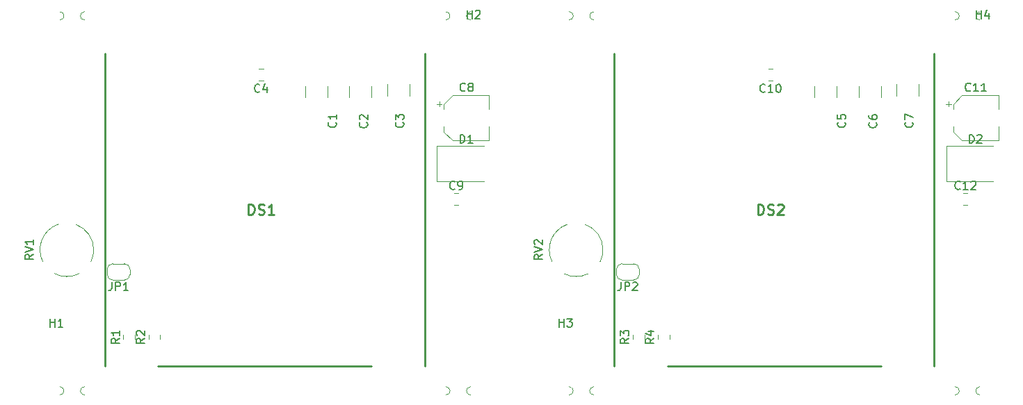
<source format=gto>
G04 #@! TF.GenerationSoftware,KiCad,Pcbnew,7.0.2-0*
G04 #@! TF.CreationDate,2023-05-23T19:49:29+02:00*
G04 #@! TF.ProjectId,dogs102,646f6773-3130-4322-9e6b-696361645f70,rev?*
G04 #@! TF.SameCoordinates,Original*
G04 #@! TF.FileFunction,Legend,Top*
G04 #@! TF.FilePolarity,Positive*
%FSLAX46Y46*%
G04 Gerber Fmt 4.6, Leading zero omitted, Abs format (unit mm)*
G04 Created by KiCad (PCBNEW 7.0.2-0) date 2023-05-23 19:49:29*
%MOMM*%
%LPD*%
G01*
G04 APERTURE LIST*
%ADD10C,0.150000*%
%ADD11C,0.254000*%
%ADD12C,0.120000*%
%ADD13C,0.100000*%
G04 APERTURE END LIST*
D10*
X159477380Y-94796166D02*
X159525000Y-94843785D01*
X159525000Y-94843785D02*
X159572619Y-94986642D01*
X159572619Y-94986642D02*
X159572619Y-95081880D01*
X159572619Y-95081880D02*
X159525000Y-95224737D01*
X159525000Y-95224737D02*
X159429761Y-95319975D01*
X159429761Y-95319975D02*
X159334523Y-95367594D01*
X159334523Y-95367594D02*
X159144047Y-95415213D01*
X159144047Y-95415213D02*
X159001190Y-95415213D01*
X159001190Y-95415213D02*
X158810714Y-95367594D01*
X158810714Y-95367594D02*
X158715476Y-95319975D01*
X158715476Y-95319975D02*
X158620238Y-95224737D01*
X158620238Y-95224737D02*
X158572619Y-95081880D01*
X158572619Y-95081880D02*
X158572619Y-94986642D01*
X158572619Y-94986642D02*
X158620238Y-94843785D01*
X158620238Y-94843785D02*
X158667857Y-94796166D01*
X158667857Y-94415213D02*
X158620238Y-94367594D01*
X158620238Y-94367594D02*
X158572619Y-94272356D01*
X158572619Y-94272356D02*
X158572619Y-94034261D01*
X158572619Y-94034261D02*
X158620238Y-93939023D01*
X158620238Y-93939023D02*
X158667857Y-93891404D01*
X158667857Y-93891404D02*
X158763095Y-93843785D01*
X158763095Y-93843785D02*
X158858333Y-93843785D01*
X158858333Y-93843785D02*
X159001190Y-93891404D01*
X159001190Y-93891404D02*
X159572619Y-94462832D01*
X159572619Y-94462832D02*
X159572619Y-93843785D01*
X163877380Y-94766666D02*
X163925000Y-94814285D01*
X163925000Y-94814285D02*
X163972619Y-94957142D01*
X163972619Y-94957142D02*
X163972619Y-95052380D01*
X163972619Y-95052380D02*
X163925000Y-95195237D01*
X163925000Y-95195237D02*
X163829761Y-95290475D01*
X163829761Y-95290475D02*
X163734523Y-95338094D01*
X163734523Y-95338094D02*
X163544047Y-95385713D01*
X163544047Y-95385713D02*
X163401190Y-95385713D01*
X163401190Y-95385713D02*
X163210714Y-95338094D01*
X163210714Y-95338094D02*
X163115476Y-95290475D01*
X163115476Y-95290475D02*
X163020238Y-95195237D01*
X163020238Y-95195237D02*
X162972619Y-95052380D01*
X162972619Y-95052380D02*
X162972619Y-94957142D01*
X162972619Y-94957142D02*
X163020238Y-94814285D01*
X163020238Y-94814285D02*
X163067857Y-94766666D01*
X162972619Y-94433332D02*
X162972619Y-93814285D01*
X162972619Y-93814285D02*
X163353571Y-94147618D01*
X163353571Y-94147618D02*
X163353571Y-94004761D01*
X163353571Y-94004761D02*
X163401190Y-93909523D01*
X163401190Y-93909523D02*
X163448809Y-93861904D01*
X163448809Y-93861904D02*
X163544047Y-93814285D01*
X163544047Y-93814285D02*
X163782142Y-93814285D01*
X163782142Y-93814285D02*
X163877380Y-93861904D01*
X163877380Y-93861904D02*
X163925000Y-93909523D01*
X163925000Y-93909523D02*
X163972619Y-94004761D01*
X163972619Y-94004761D02*
X163972619Y-94290475D01*
X163972619Y-94290475D02*
X163925000Y-94385713D01*
X163925000Y-94385713D02*
X163877380Y-94433332D01*
X155677380Y-94766666D02*
X155725000Y-94814285D01*
X155725000Y-94814285D02*
X155772619Y-94957142D01*
X155772619Y-94957142D02*
X155772619Y-95052380D01*
X155772619Y-95052380D02*
X155725000Y-95195237D01*
X155725000Y-95195237D02*
X155629761Y-95290475D01*
X155629761Y-95290475D02*
X155534523Y-95338094D01*
X155534523Y-95338094D02*
X155344047Y-95385713D01*
X155344047Y-95385713D02*
X155201190Y-95385713D01*
X155201190Y-95385713D02*
X155010714Y-95338094D01*
X155010714Y-95338094D02*
X154915476Y-95290475D01*
X154915476Y-95290475D02*
X154820238Y-95195237D01*
X154820238Y-95195237D02*
X154772619Y-95052380D01*
X154772619Y-95052380D02*
X154772619Y-94957142D01*
X154772619Y-94957142D02*
X154820238Y-94814285D01*
X154820238Y-94814285D02*
X154867857Y-94766666D01*
X155772619Y-93814285D02*
X155772619Y-94385713D01*
X155772619Y-94099999D02*
X154772619Y-94099999D01*
X154772619Y-94099999D02*
X154915476Y-94195237D01*
X154915476Y-94195237D02*
X155010714Y-94290475D01*
X155010714Y-94290475D02*
X155058333Y-94385713D01*
X120904095Y-119706619D02*
X120904095Y-118706619D01*
X120904095Y-119182809D02*
X121475523Y-119182809D01*
X121475523Y-119706619D02*
X121475523Y-118706619D01*
X122475523Y-119706619D02*
X121904095Y-119706619D01*
X122189809Y-119706619D02*
X122189809Y-118706619D01*
X122189809Y-118706619D02*
X122094571Y-118849476D01*
X122094571Y-118849476D02*
X121999333Y-118944714D01*
X121999333Y-118944714D02*
X121904095Y-118992333D01*
X171704095Y-82114619D02*
X171704095Y-81114619D01*
X171704095Y-81590809D02*
X172275523Y-81590809D01*
X172275523Y-82114619D02*
X172275523Y-81114619D01*
X172704095Y-81209857D02*
X172751714Y-81162238D01*
X172751714Y-81162238D02*
X172846952Y-81114619D01*
X172846952Y-81114619D02*
X173085047Y-81114619D01*
X173085047Y-81114619D02*
X173180285Y-81162238D01*
X173180285Y-81162238D02*
X173227904Y-81209857D01*
X173227904Y-81209857D02*
X173275523Y-81305095D01*
X173275523Y-81305095D02*
X173275523Y-81400333D01*
X173275523Y-81400333D02*
X173227904Y-81543190D01*
X173227904Y-81543190D02*
X172656476Y-82114619D01*
X172656476Y-82114619D02*
X173275523Y-82114619D01*
X146443333Y-91017380D02*
X146395714Y-91065000D01*
X146395714Y-91065000D02*
X146252857Y-91112619D01*
X146252857Y-91112619D02*
X146157619Y-91112619D01*
X146157619Y-91112619D02*
X146014762Y-91065000D01*
X146014762Y-91065000D02*
X145919524Y-90969761D01*
X145919524Y-90969761D02*
X145871905Y-90874523D01*
X145871905Y-90874523D02*
X145824286Y-90684047D01*
X145824286Y-90684047D02*
X145824286Y-90541190D01*
X145824286Y-90541190D02*
X145871905Y-90350714D01*
X145871905Y-90350714D02*
X145919524Y-90255476D01*
X145919524Y-90255476D02*
X146014762Y-90160238D01*
X146014762Y-90160238D02*
X146157619Y-90112619D01*
X146157619Y-90112619D02*
X146252857Y-90112619D01*
X146252857Y-90112619D02*
X146395714Y-90160238D01*
X146395714Y-90160238D02*
X146443333Y-90207857D01*
X147300476Y-90445952D02*
X147300476Y-91112619D01*
X147062381Y-90065000D02*
X146824286Y-90779285D01*
X146824286Y-90779285D02*
X147443333Y-90779285D01*
X171451333Y-90901380D02*
X171403714Y-90949000D01*
X171403714Y-90949000D02*
X171260857Y-90996619D01*
X171260857Y-90996619D02*
X171165619Y-90996619D01*
X171165619Y-90996619D02*
X171022762Y-90949000D01*
X171022762Y-90949000D02*
X170927524Y-90853761D01*
X170927524Y-90853761D02*
X170879905Y-90758523D01*
X170879905Y-90758523D02*
X170832286Y-90568047D01*
X170832286Y-90568047D02*
X170832286Y-90425190D01*
X170832286Y-90425190D02*
X170879905Y-90234714D01*
X170879905Y-90234714D02*
X170927524Y-90139476D01*
X170927524Y-90139476D02*
X171022762Y-90044238D01*
X171022762Y-90044238D02*
X171165619Y-89996619D01*
X171165619Y-89996619D02*
X171260857Y-89996619D01*
X171260857Y-89996619D02*
X171403714Y-90044238D01*
X171403714Y-90044238D02*
X171451333Y-90091857D01*
X172022762Y-90425190D02*
X171927524Y-90377571D01*
X171927524Y-90377571D02*
X171879905Y-90329952D01*
X171879905Y-90329952D02*
X171832286Y-90234714D01*
X171832286Y-90234714D02*
X171832286Y-90187095D01*
X171832286Y-90187095D02*
X171879905Y-90091857D01*
X171879905Y-90091857D02*
X171927524Y-90044238D01*
X171927524Y-90044238D02*
X172022762Y-89996619D01*
X172022762Y-89996619D02*
X172213238Y-89996619D01*
X172213238Y-89996619D02*
X172308476Y-90044238D01*
X172308476Y-90044238D02*
X172356095Y-90091857D01*
X172356095Y-90091857D02*
X172403714Y-90187095D01*
X172403714Y-90187095D02*
X172403714Y-90234714D01*
X172403714Y-90234714D02*
X172356095Y-90329952D01*
X172356095Y-90329952D02*
X172308476Y-90377571D01*
X172308476Y-90377571D02*
X172213238Y-90425190D01*
X172213238Y-90425190D02*
X172022762Y-90425190D01*
X172022762Y-90425190D02*
X171927524Y-90472809D01*
X171927524Y-90472809D02*
X171879905Y-90520428D01*
X171879905Y-90520428D02*
X171832286Y-90615666D01*
X171832286Y-90615666D02*
X171832286Y-90806142D01*
X171832286Y-90806142D02*
X171879905Y-90901380D01*
X171879905Y-90901380D02*
X171927524Y-90949000D01*
X171927524Y-90949000D02*
X172022762Y-90996619D01*
X172022762Y-90996619D02*
X172213238Y-90996619D01*
X172213238Y-90996619D02*
X172308476Y-90949000D01*
X172308476Y-90949000D02*
X172356095Y-90901380D01*
X172356095Y-90901380D02*
X172403714Y-90806142D01*
X172403714Y-90806142D02*
X172403714Y-90615666D01*
X172403714Y-90615666D02*
X172356095Y-90520428D01*
X172356095Y-90520428D02*
X172308476Y-90472809D01*
X172308476Y-90472809D02*
X172213238Y-90425190D01*
X170188833Y-102857380D02*
X170141214Y-102905000D01*
X170141214Y-102905000D02*
X169998357Y-102952619D01*
X169998357Y-102952619D02*
X169903119Y-102952619D01*
X169903119Y-102952619D02*
X169760262Y-102905000D01*
X169760262Y-102905000D02*
X169665024Y-102809761D01*
X169665024Y-102809761D02*
X169617405Y-102714523D01*
X169617405Y-102714523D02*
X169569786Y-102524047D01*
X169569786Y-102524047D02*
X169569786Y-102381190D01*
X169569786Y-102381190D02*
X169617405Y-102190714D01*
X169617405Y-102190714D02*
X169665024Y-102095476D01*
X169665024Y-102095476D02*
X169760262Y-102000238D01*
X169760262Y-102000238D02*
X169903119Y-101952619D01*
X169903119Y-101952619D02*
X169998357Y-101952619D01*
X169998357Y-101952619D02*
X170141214Y-102000238D01*
X170141214Y-102000238D02*
X170188833Y-102047857D01*
X170665024Y-102952619D02*
X170855500Y-102952619D01*
X170855500Y-102952619D02*
X170950738Y-102905000D01*
X170950738Y-102905000D02*
X170998357Y-102857380D01*
X170998357Y-102857380D02*
X171093595Y-102714523D01*
X171093595Y-102714523D02*
X171141214Y-102524047D01*
X171141214Y-102524047D02*
X171141214Y-102143095D01*
X171141214Y-102143095D02*
X171093595Y-102047857D01*
X171093595Y-102047857D02*
X171045976Y-102000238D01*
X171045976Y-102000238D02*
X170950738Y-101952619D01*
X170950738Y-101952619D02*
X170760262Y-101952619D01*
X170760262Y-101952619D02*
X170665024Y-102000238D01*
X170665024Y-102000238D02*
X170617405Y-102047857D01*
X170617405Y-102047857D02*
X170569786Y-102143095D01*
X170569786Y-102143095D02*
X170569786Y-102381190D01*
X170569786Y-102381190D02*
X170617405Y-102476428D01*
X170617405Y-102476428D02*
X170665024Y-102524047D01*
X170665024Y-102524047D02*
X170760262Y-102571666D01*
X170760262Y-102571666D02*
X170950738Y-102571666D01*
X170950738Y-102571666D02*
X171045976Y-102524047D01*
X171045976Y-102524047D02*
X171093595Y-102476428D01*
X171093595Y-102476428D02*
X171141214Y-102381190D01*
X170829905Y-97284619D02*
X170829905Y-96284619D01*
X170829905Y-96284619D02*
X171068000Y-96284619D01*
X171068000Y-96284619D02*
X171210857Y-96332238D01*
X171210857Y-96332238D02*
X171306095Y-96427476D01*
X171306095Y-96427476D02*
X171353714Y-96522714D01*
X171353714Y-96522714D02*
X171401333Y-96713190D01*
X171401333Y-96713190D02*
X171401333Y-96856047D01*
X171401333Y-96856047D02*
X171353714Y-97046523D01*
X171353714Y-97046523D02*
X171306095Y-97141761D01*
X171306095Y-97141761D02*
X171210857Y-97237000D01*
X171210857Y-97237000D02*
X171068000Y-97284619D01*
X171068000Y-97284619D02*
X170829905Y-97284619D01*
X172353714Y-97284619D02*
X171782286Y-97284619D01*
X172068000Y-97284619D02*
X172068000Y-96284619D01*
X172068000Y-96284619D02*
X171972762Y-96427476D01*
X171972762Y-96427476D02*
X171877524Y-96522714D01*
X171877524Y-96522714D02*
X171782286Y-96570333D01*
X129368619Y-121104166D02*
X128892428Y-121437499D01*
X129368619Y-121675594D02*
X128368619Y-121675594D01*
X128368619Y-121675594D02*
X128368619Y-121294642D01*
X128368619Y-121294642D02*
X128416238Y-121199404D01*
X128416238Y-121199404D02*
X128463857Y-121151785D01*
X128463857Y-121151785D02*
X128559095Y-121104166D01*
X128559095Y-121104166D02*
X128701952Y-121104166D01*
X128701952Y-121104166D02*
X128797190Y-121151785D01*
X128797190Y-121151785D02*
X128844809Y-121199404D01*
X128844809Y-121199404D02*
X128892428Y-121294642D01*
X128892428Y-121294642D02*
X128892428Y-121675594D01*
X129368619Y-120151785D02*
X129368619Y-120723213D01*
X129368619Y-120437499D02*
X128368619Y-120437499D01*
X128368619Y-120437499D02*
X128511476Y-120532737D01*
X128511476Y-120532737D02*
X128606714Y-120627975D01*
X128606714Y-120627975D02*
X128654333Y-120723213D01*
X132422619Y-121104166D02*
X131946428Y-121437499D01*
X132422619Y-121675594D02*
X131422619Y-121675594D01*
X131422619Y-121675594D02*
X131422619Y-121294642D01*
X131422619Y-121294642D02*
X131470238Y-121199404D01*
X131470238Y-121199404D02*
X131517857Y-121151785D01*
X131517857Y-121151785D02*
X131613095Y-121104166D01*
X131613095Y-121104166D02*
X131755952Y-121104166D01*
X131755952Y-121104166D02*
X131851190Y-121151785D01*
X131851190Y-121151785D02*
X131898809Y-121199404D01*
X131898809Y-121199404D02*
X131946428Y-121294642D01*
X131946428Y-121294642D02*
X131946428Y-121675594D01*
X131517857Y-120723213D02*
X131470238Y-120675594D01*
X131470238Y-120675594D02*
X131422619Y-120580356D01*
X131422619Y-120580356D02*
X131422619Y-120342261D01*
X131422619Y-120342261D02*
X131470238Y-120247023D01*
X131470238Y-120247023D02*
X131517857Y-120199404D01*
X131517857Y-120199404D02*
X131613095Y-120151785D01*
X131613095Y-120151785D02*
X131708333Y-120151785D01*
X131708333Y-120151785D02*
X131851190Y-120199404D01*
X131851190Y-120199404D02*
X132422619Y-120770832D01*
X132422619Y-120770832D02*
X132422619Y-120151785D01*
D11*
X145070206Y-106012486D02*
X145070206Y-104742486D01*
X145070206Y-104742486D02*
X145372587Y-104742486D01*
X145372587Y-104742486D02*
X145554016Y-104802962D01*
X145554016Y-104802962D02*
X145674968Y-104923914D01*
X145674968Y-104923914D02*
X145735445Y-105044867D01*
X145735445Y-105044867D02*
X145795921Y-105286771D01*
X145795921Y-105286771D02*
X145795921Y-105468200D01*
X145795921Y-105468200D02*
X145735445Y-105710105D01*
X145735445Y-105710105D02*
X145674968Y-105831057D01*
X145674968Y-105831057D02*
X145554016Y-105952010D01*
X145554016Y-105952010D02*
X145372587Y-106012486D01*
X145372587Y-106012486D02*
X145070206Y-106012486D01*
X146279730Y-105952010D02*
X146461159Y-106012486D01*
X146461159Y-106012486D02*
X146763540Y-106012486D01*
X146763540Y-106012486D02*
X146884492Y-105952010D01*
X146884492Y-105952010D02*
X146944968Y-105891533D01*
X146944968Y-105891533D02*
X147005445Y-105770581D01*
X147005445Y-105770581D02*
X147005445Y-105649629D01*
X147005445Y-105649629D02*
X146944968Y-105528676D01*
X146944968Y-105528676D02*
X146884492Y-105468200D01*
X146884492Y-105468200D02*
X146763540Y-105407724D01*
X146763540Y-105407724D02*
X146521635Y-105347248D01*
X146521635Y-105347248D02*
X146400683Y-105286771D01*
X146400683Y-105286771D02*
X146340206Y-105226295D01*
X146340206Y-105226295D02*
X146279730Y-105105343D01*
X146279730Y-105105343D02*
X146279730Y-104984390D01*
X146279730Y-104984390D02*
X146340206Y-104863438D01*
X146340206Y-104863438D02*
X146400683Y-104802962D01*
X146400683Y-104802962D02*
X146521635Y-104742486D01*
X146521635Y-104742486D02*
X146824016Y-104742486D01*
X146824016Y-104742486D02*
X147005445Y-104802962D01*
X148214969Y-106012486D02*
X147489254Y-106012486D01*
X147852111Y-106012486D02*
X147852111Y-104742486D01*
X147852111Y-104742486D02*
X147731159Y-104923914D01*
X147731159Y-104923914D02*
X147610207Y-105044867D01*
X147610207Y-105044867D02*
X147489254Y-105105343D01*
D10*
X128426666Y-114262619D02*
X128426666Y-114976904D01*
X128426666Y-114976904D02*
X128379047Y-115119761D01*
X128379047Y-115119761D02*
X128283809Y-115215000D01*
X128283809Y-115215000D02*
X128140952Y-115262619D01*
X128140952Y-115262619D02*
X128045714Y-115262619D01*
X128902857Y-115262619D02*
X128902857Y-114262619D01*
X128902857Y-114262619D02*
X129283809Y-114262619D01*
X129283809Y-114262619D02*
X129379047Y-114310238D01*
X129379047Y-114310238D02*
X129426666Y-114357857D01*
X129426666Y-114357857D02*
X129474285Y-114453095D01*
X129474285Y-114453095D02*
X129474285Y-114595952D01*
X129474285Y-114595952D02*
X129426666Y-114691190D01*
X129426666Y-114691190D02*
X129379047Y-114738809D01*
X129379047Y-114738809D02*
X129283809Y-114786428D01*
X129283809Y-114786428D02*
X128902857Y-114786428D01*
X130426666Y-115262619D02*
X129855238Y-115262619D01*
X130140952Y-115262619D02*
X130140952Y-114262619D01*
X130140952Y-114262619D02*
X130045714Y-114405476D01*
X130045714Y-114405476D02*
X129950476Y-114500714D01*
X129950476Y-114500714D02*
X129855238Y-114548333D01*
X118862619Y-110895238D02*
X118386428Y-111228571D01*
X118862619Y-111466666D02*
X117862619Y-111466666D01*
X117862619Y-111466666D02*
X117862619Y-111085714D01*
X117862619Y-111085714D02*
X117910238Y-110990476D01*
X117910238Y-110990476D02*
X117957857Y-110942857D01*
X117957857Y-110942857D02*
X118053095Y-110895238D01*
X118053095Y-110895238D02*
X118195952Y-110895238D01*
X118195952Y-110895238D02*
X118291190Y-110942857D01*
X118291190Y-110942857D02*
X118338809Y-110990476D01*
X118338809Y-110990476D02*
X118386428Y-111085714D01*
X118386428Y-111085714D02*
X118386428Y-111466666D01*
X117862619Y-110609523D02*
X118862619Y-110276190D01*
X118862619Y-110276190D02*
X117862619Y-109942857D01*
X118862619Y-109085714D02*
X118862619Y-109657142D01*
X118862619Y-109371428D02*
X117862619Y-109371428D01*
X117862619Y-109371428D02*
X118005476Y-109466666D01*
X118005476Y-109466666D02*
X118100714Y-109561904D01*
X118100714Y-109561904D02*
X118148333Y-109657142D01*
X190426666Y-114262619D02*
X190426666Y-114976904D01*
X190426666Y-114976904D02*
X190379047Y-115119761D01*
X190379047Y-115119761D02*
X190283809Y-115215000D01*
X190283809Y-115215000D02*
X190140952Y-115262619D01*
X190140952Y-115262619D02*
X190045714Y-115262619D01*
X190902857Y-115262619D02*
X190902857Y-114262619D01*
X190902857Y-114262619D02*
X191283809Y-114262619D01*
X191283809Y-114262619D02*
X191379047Y-114310238D01*
X191379047Y-114310238D02*
X191426666Y-114357857D01*
X191426666Y-114357857D02*
X191474285Y-114453095D01*
X191474285Y-114453095D02*
X191474285Y-114595952D01*
X191474285Y-114595952D02*
X191426666Y-114691190D01*
X191426666Y-114691190D02*
X191379047Y-114738809D01*
X191379047Y-114738809D02*
X191283809Y-114786428D01*
X191283809Y-114786428D02*
X190902857Y-114786428D01*
X191855238Y-114357857D02*
X191902857Y-114310238D01*
X191902857Y-114310238D02*
X191998095Y-114262619D01*
X191998095Y-114262619D02*
X192236190Y-114262619D01*
X192236190Y-114262619D02*
X192331428Y-114310238D01*
X192331428Y-114310238D02*
X192379047Y-114357857D01*
X192379047Y-114357857D02*
X192426666Y-114453095D01*
X192426666Y-114453095D02*
X192426666Y-114548333D01*
X192426666Y-114548333D02*
X192379047Y-114691190D01*
X192379047Y-114691190D02*
X191807619Y-115262619D01*
X191807619Y-115262619D02*
X192426666Y-115262619D01*
X231712642Y-102857380D02*
X231665023Y-102905000D01*
X231665023Y-102905000D02*
X231522166Y-102952619D01*
X231522166Y-102952619D02*
X231426928Y-102952619D01*
X231426928Y-102952619D02*
X231284071Y-102905000D01*
X231284071Y-102905000D02*
X231188833Y-102809761D01*
X231188833Y-102809761D02*
X231141214Y-102714523D01*
X231141214Y-102714523D02*
X231093595Y-102524047D01*
X231093595Y-102524047D02*
X231093595Y-102381190D01*
X231093595Y-102381190D02*
X231141214Y-102190714D01*
X231141214Y-102190714D02*
X231188833Y-102095476D01*
X231188833Y-102095476D02*
X231284071Y-102000238D01*
X231284071Y-102000238D02*
X231426928Y-101952619D01*
X231426928Y-101952619D02*
X231522166Y-101952619D01*
X231522166Y-101952619D02*
X231665023Y-102000238D01*
X231665023Y-102000238D02*
X231712642Y-102047857D01*
X232665023Y-102952619D02*
X232093595Y-102952619D01*
X232379309Y-102952619D02*
X232379309Y-101952619D01*
X232379309Y-101952619D02*
X232284071Y-102095476D01*
X232284071Y-102095476D02*
X232188833Y-102190714D01*
X232188833Y-102190714D02*
X232093595Y-102238333D01*
X233045976Y-102047857D02*
X233093595Y-102000238D01*
X233093595Y-102000238D02*
X233188833Y-101952619D01*
X233188833Y-101952619D02*
X233426928Y-101952619D01*
X233426928Y-101952619D02*
X233522166Y-102000238D01*
X233522166Y-102000238D02*
X233569785Y-102047857D01*
X233569785Y-102047857D02*
X233617404Y-102143095D01*
X233617404Y-102143095D02*
X233617404Y-102238333D01*
X233617404Y-102238333D02*
X233569785Y-102381190D01*
X233569785Y-102381190D02*
X232998357Y-102952619D01*
X232998357Y-102952619D02*
X233617404Y-102952619D01*
X194422619Y-121104166D02*
X193946428Y-121437499D01*
X194422619Y-121675594D02*
X193422619Y-121675594D01*
X193422619Y-121675594D02*
X193422619Y-121294642D01*
X193422619Y-121294642D02*
X193470238Y-121199404D01*
X193470238Y-121199404D02*
X193517857Y-121151785D01*
X193517857Y-121151785D02*
X193613095Y-121104166D01*
X193613095Y-121104166D02*
X193755952Y-121104166D01*
X193755952Y-121104166D02*
X193851190Y-121151785D01*
X193851190Y-121151785D02*
X193898809Y-121199404D01*
X193898809Y-121199404D02*
X193946428Y-121294642D01*
X193946428Y-121294642D02*
X193946428Y-121675594D01*
X193755952Y-120247023D02*
X194422619Y-120247023D01*
X193375000Y-120485118D02*
X194089285Y-120723213D01*
X194089285Y-120723213D02*
X194089285Y-120104166D01*
X207967142Y-91017380D02*
X207919523Y-91065000D01*
X207919523Y-91065000D02*
X207776666Y-91112619D01*
X207776666Y-91112619D02*
X207681428Y-91112619D01*
X207681428Y-91112619D02*
X207538571Y-91065000D01*
X207538571Y-91065000D02*
X207443333Y-90969761D01*
X207443333Y-90969761D02*
X207395714Y-90874523D01*
X207395714Y-90874523D02*
X207348095Y-90684047D01*
X207348095Y-90684047D02*
X207348095Y-90541190D01*
X207348095Y-90541190D02*
X207395714Y-90350714D01*
X207395714Y-90350714D02*
X207443333Y-90255476D01*
X207443333Y-90255476D02*
X207538571Y-90160238D01*
X207538571Y-90160238D02*
X207681428Y-90112619D01*
X207681428Y-90112619D02*
X207776666Y-90112619D01*
X207776666Y-90112619D02*
X207919523Y-90160238D01*
X207919523Y-90160238D02*
X207967142Y-90207857D01*
X208919523Y-91112619D02*
X208348095Y-91112619D01*
X208633809Y-91112619D02*
X208633809Y-90112619D01*
X208633809Y-90112619D02*
X208538571Y-90255476D01*
X208538571Y-90255476D02*
X208443333Y-90350714D01*
X208443333Y-90350714D02*
X208348095Y-90398333D01*
X209538571Y-90112619D02*
X209633809Y-90112619D01*
X209633809Y-90112619D02*
X209729047Y-90160238D01*
X209729047Y-90160238D02*
X209776666Y-90207857D01*
X209776666Y-90207857D02*
X209824285Y-90303095D01*
X209824285Y-90303095D02*
X209871904Y-90493571D01*
X209871904Y-90493571D02*
X209871904Y-90731666D01*
X209871904Y-90731666D02*
X209824285Y-90922142D01*
X209824285Y-90922142D02*
X209776666Y-91017380D01*
X209776666Y-91017380D02*
X209729047Y-91065000D01*
X209729047Y-91065000D02*
X209633809Y-91112619D01*
X209633809Y-91112619D02*
X209538571Y-91112619D01*
X209538571Y-91112619D02*
X209443333Y-91065000D01*
X209443333Y-91065000D02*
X209395714Y-91017380D01*
X209395714Y-91017380D02*
X209348095Y-90922142D01*
X209348095Y-90922142D02*
X209300476Y-90731666D01*
X209300476Y-90731666D02*
X209300476Y-90493571D01*
X209300476Y-90493571D02*
X209348095Y-90303095D01*
X209348095Y-90303095D02*
X209395714Y-90207857D01*
X209395714Y-90207857D02*
X209443333Y-90160238D01*
X209443333Y-90160238D02*
X209538571Y-90112619D01*
X217677380Y-94766666D02*
X217725000Y-94814285D01*
X217725000Y-94814285D02*
X217772619Y-94957142D01*
X217772619Y-94957142D02*
X217772619Y-95052380D01*
X217772619Y-95052380D02*
X217725000Y-95195237D01*
X217725000Y-95195237D02*
X217629761Y-95290475D01*
X217629761Y-95290475D02*
X217534523Y-95338094D01*
X217534523Y-95338094D02*
X217344047Y-95385713D01*
X217344047Y-95385713D02*
X217201190Y-95385713D01*
X217201190Y-95385713D02*
X217010714Y-95338094D01*
X217010714Y-95338094D02*
X216915476Y-95290475D01*
X216915476Y-95290475D02*
X216820238Y-95195237D01*
X216820238Y-95195237D02*
X216772619Y-95052380D01*
X216772619Y-95052380D02*
X216772619Y-94957142D01*
X216772619Y-94957142D02*
X216820238Y-94814285D01*
X216820238Y-94814285D02*
X216867857Y-94766666D01*
X216772619Y-93861904D02*
X216772619Y-94338094D01*
X216772619Y-94338094D02*
X217248809Y-94385713D01*
X217248809Y-94385713D02*
X217201190Y-94338094D01*
X217201190Y-94338094D02*
X217153571Y-94242856D01*
X217153571Y-94242856D02*
X217153571Y-94004761D01*
X217153571Y-94004761D02*
X217201190Y-93909523D01*
X217201190Y-93909523D02*
X217248809Y-93861904D01*
X217248809Y-93861904D02*
X217344047Y-93814285D01*
X217344047Y-93814285D02*
X217582142Y-93814285D01*
X217582142Y-93814285D02*
X217677380Y-93861904D01*
X217677380Y-93861904D02*
X217725000Y-93909523D01*
X217725000Y-93909523D02*
X217772619Y-94004761D01*
X217772619Y-94004761D02*
X217772619Y-94242856D01*
X217772619Y-94242856D02*
X217725000Y-94338094D01*
X217725000Y-94338094D02*
X217677380Y-94385713D01*
X232975142Y-90901380D02*
X232927523Y-90949000D01*
X232927523Y-90949000D02*
X232784666Y-90996619D01*
X232784666Y-90996619D02*
X232689428Y-90996619D01*
X232689428Y-90996619D02*
X232546571Y-90949000D01*
X232546571Y-90949000D02*
X232451333Y-90853761D01*
X232451333Y-90853761D02*
X232403714Y-90758523D01*
X232403714Y-90758523D02*
X232356095Y-90568047D01*
X232356095Y-90568047D02*
X232356095Y-90425190D01*
X232356095Y-90425190D02*
X232403714Y-90234714D01*
X232403714Y-90234714D02*
X232451333Y-90139476D01*
X232451333Y-90139476D02*
X232546571Y-90044238D01*
X232546571Y-90044238D02*
X232689428Y-89996619D01*
X232689428Y-89996619D02*
X232784666Y-89996619D01*
X232784666Y-89996619D02*
X232927523Y-90044238D01*
X232927523Y-90044238D02*
X232975142Y-90091857D01*
X233927523Y-90996619D02*
X233356095Y-90996619D01*
X233641809Y-90996619D02*
X233641809Y-89996619D01*
X233641809Y-89996619D02*
X233546571Y-90139476D01*
X233546571Y-90139476D02*
X233451333Y-90234714D01*
X233451333Y-90234714D02*
X233356095Y-90282333D01*
X234879904Y-90996619D02*
X234308476Y-90996619D01*
X234594190Y-90996619D02*
X234594190Y-89996619D01*
X234594190Y-89996619D02*
X234498952Y-90139476D01*
X234498952Y-90139476D02*
X234403714Y-90234714D01*
X234403714Y-90234714D02*
X234308476Y-90282333D01*
X191368619Y-121104166D02*
X190892428Y-121437499D01*
X191368619Y-121675594D02*
X190368619Y-121675594D01*
X190368619Y-121675594D02*
X190368619Y-121294642D01*
X190368619Y-121294642D02*
X190416238Y-121199404D01*
X190416238Y-121199404D02*
X190463857Y-121151785D01*
X190463857Y-121151785D02*
X190559095Y-121104166D01*
X190559095Y-121104166D02*
X190701952Y-121104166D01*
X190701952Y-121104166D02*
X190797190Y-121151785D01*
X190797190Y-121151785D02*
X190844809Y-121199404D01*
X190844809Y-121199404D02*
X190892428Y-121294642D01*
X190892428Y-121294642D02*
X190892428Y-121675594D01*
X190368619Y-120770832D02*
X190368619Y-120151785D01*
X190368619Y-120151785D02*
X190749571Y-120485118D01*
X190749571Y-120485118D02*
X190749571Y-120342261D01*
X190749571Y-120342261D02*
X190797190Y-120247023D01*
X190797190Y-120247023D02*
X190844809Y-120199404D01*
X190844809Y-120199404D02*
X190940047Y-120151785D01*
X190940047Y-120151785D02*
X191178142Y-120151785D01*
X191178142Y-120151785D02*
X191273380Y-120199404D01*
X191273380Y-120199404D02*
X191321000Y-120247023D01*
X191321000Y-120247023D02*
X191368619Y-120342261D01*
X191368619Y-120342261D02*
X191368619Y-120627975D01*
X191368619Y-120627975D02*
X191321000Y-120723213D01*
X191321000Y-120723213D02*
X191273380Y-120770832D01*
X225877380Y-94766666D02*
X225925000Y-94814285D01*
X225925000Y-94814285D02*
X225972619Y-94957142D01*
X225972619Y-94957142D02*
X225972619Y-95052380D01*
X225972619Y-95052380D02*
X225925000Y-95195237D01*
X225925000Y-95195237D02*
X225829761Y-95290475D01*
X225829761Y-95290475D02*
X225734523Y-95338094D01*
X225734523Y-95338094D02*
X225544047Y-95385713D01*
X225544047Y-95385713D02*
X225401190Y-95385713D01*
X225401190Y-95385713D02*
X225210714Y-95338094D01*
X225210714Y-95338094D02*
X225115476Y-95290475D01*
X225115476Y-95290475D02*
X225020238Y-95195237D01*
X225020238Y-95195237D02*
X224972619Y-95052380D01*
X224972619Y-95052380D02*
X224972619Y-94957142D01*
X224972619Y-94957142D02*
X225020238Y-94814285D01*
X225020238Y-94814285D02*
X225067857Y-94766666D01*
X224972619Y-94433332D02*
X224972619Y-93766666D01*
X224972619Y-93766666D02*
X225972619Y-94195237D01*
X180862619Y-110895238D02*
X180386428Y-111228571D01*
X180862619Y-111466666D02*
X179862619Y-111466666D01*
X179862619Y-111466666D02*
X179862619Y-111085714D01*
X179862619Y-111085714D02*
X179910238Y-110990476D01*
X179910238Y-110990476D02*
X179957857Y-110942857D01*
X179957857Y-110942857D02*
X180053095Y-110895238D01*
X180053095Y-110895238D02*
X180195952Y-110895238D01*
X180195952Y-110895238D02*
X180291190Y-110942857D01*
X180291190Y-110942857D02*
X180338809Y-110990476D01*
X180338809Y-110990476D02*
X180386428Y-111085714D01*
X180386428Y-111085714D02*
X180386428Y-111466666D01*
X179862619Y-110609523D02*
X180862619Y-110276190D01*
X180862619Y-110276190D02*
X179862619Y-109942857D01*
X179957857Y-109657142D02*
X179910238Y-109609523D01*
X179910238Y-109609523D02*
X179862619Y-109514285D01*
X179862619Y-109514285D02*
X179862619Y-109276190D01*
X179862619Y-109276190D02*
X179910238Y-109180952D01*
X179910238Y-109180952D02*
X179957857Y-109133333D01*
X179957857Y-109133333D02*
X180053095Y-109085714D01*
X180053095Y-109085714D02*
X180148333Y-109085714D01*
X180148333Y-109085714D02*
X180291190Y-109133333D01*
X180291190Y-109133333D02*
X180862619Y-109704761D01*
X180862619Y-109704761D02*
X180862619Y-109085714D01*
X233704095Y-82114619D02*
X233704095Y-81114619D01*
X233704095Y-81590809D02*
X234275523Y-81590809D01*
X234275523Y-82114619D02*
X234275523Y-81114619D01*
X235180285Y-81447952D02*
X235180285Y-82114619D01*
X234942190Y-81067000D02*
X234704095Y-81781285D01*
X234704095Y-81781285D02*
X235323142Y-81781285D01*
X232829905Y-97284619D02*
X232829905Y-96284619D01*
X232829905Y-96284619D02*
X233068000Y-96284619D01*
X233068000Y-96284619D02*
X233210857Y-96332238D01*
X233210857Y-96332238D02*
X233306095Y-96427476D01*
X233306095Y-96427476D02*
X233353714Y-96522714D01*
X233353714Y-96522714D02*
X233401333Y-96713190D01*
X233401333Y-96713190D02*
X233401333Y-96856047D01*
X233401333Y-96856047D02*
X233353714Y-97046523D01*
X233353714Y-97046523D02*
X233306095Y-97141761D01*
X233306095Y-97141761D02*
X233210857Y-97237000D01*
X233210857Y-97237000D02*
X233068000Y-97284619D01*
X233068000Y-97284619D02*
X232829905Y-97284619D01*
X233782286Y-96379857D02*
X233829905Y-96332238D01*
X233829905Y-96332238D02*
X233925143Y-96284619D01*
X233925143Y-96284619D02*
X234163238Y-96284619D01*
X234163238Y-96284619D02*
X234258476Y-96332238D01*
X234258476Y-96332238D02*
X234306095Y-96379857D01*
X234306095Y-96379857D02*
X234353714Y-96475095D01*
X234353714Y-96475095D02*
X234353714Y-96570333D01*
X234353714Y-96570333D02*
X234306095Y-96713190D01*
X234306095Y-96713190D02*
X233734667Y-97284619D01*
X233734667Y-97284619D02*
X234353714Y-97284619D01*
D11*
X207070206Y-106012486D02*
X207070206Y-104742486D01*
X207070206Y-104742486D02*
X207372587Y-104742486D01*
X207372587Y-104742486D02*
X207554016Y-104802962D01*
X207554016Y-104802962D02*
X207674968Y-104923914D01*
X207674968Y-104923914D02*
X207735445Y-105044867D01*
X207735445Y-105044867D02*
X207795921Y-105286771D01*
X207795921Y-105286771D02*
X207795921Y-105468200D01*
X207795921Y-105468200D02*
X207735445Y-105710105D01*
X207735445Y-105710105D02*
X207674968Y-105831057D01*
X207674968Y-105831057D02*
X207554016Y-105952010D01*
X207554016Y-105952010D02*
X207372587Y-106012486D01*
X207372587Y-106012486D02*
X207070206Y-106012486D01*
X208279730Y-105952010D02*
X208461159Y-106012486D01*
X208461159Y-106012486D02*
X208763540Y-106012486D01*
X208763540Y-106012486D02*
X208884492Y-105952010D01*
X208884492Y-105952010D02*
X208944968Y-105891533D01*
X208944968Y-105891533D02*
X209005445Y-105770581D01*
X209005445Y-105770581D02*
X209005445Y-105649629D01*
X209005445Y-105649629D02*
X208944968Y-105528676D01*
X208944968Y-105528676D02*
X208884492Y-105468200D01*
X208884492Y-105468200D02*
X208763540Y-105407724D01*
X208763540Y-105407724D02*
X208521635Y-105347248D01*
X208521635Y-105347248D02*
X208400683Y-105286771D01*
X208400683Y-105286771D02*
X208340206Y-105226295D01*
X208340206Y-105226295D02*
X208279730Y-105105343D01*
X208279730Y-105105343D02*
X208279730Y-104984390D01*
X208279730Y-104984390D02*
X208340206Y-104863438D01*
X208340206Y-104863438D02*
X208400683Y-104802962D01*
X208400683Y-104802962D02*
X208521635Y-104742486D01*
X208521635Y-104742486D02*
X208824016Y-104742486D01*
X208824016Y-104742486D02*
X209005445Y-104802962D01*
X209489254Y-104863438D02*
X209549730Y-104802962D01*
X209549730Y-104802962D02*
X209670683Y-104742486D01*
X209670683Y-104742486D02*
X209973064Y-104742486D01*
X209973064Y-104742486D02*
X210094016Y-104802962D01*
X210094016Y-104802962D02*
X210154492Y-104863438D01*
X210154492Y-104863438D02*
X210214969Y-104984390D01*
X210214969Y-104984390D02*
X210214969Y-105105343D01*
X210214969Y-105105343D02*
X210154492Y-105286771D01*
X210154492Y-105286771D02*
X209428778Y-106012486D01*
X209428778Y-106012486D02*
X210214969Y-106012486D01*
D10*
X221477380Y-94796166D02*
X221525000Y-94843785D01*
X221525000Y-94843785D02*
X221572619Y-94986642D01*
X221572619Y-94986642D02*
X221572619Y-95081880D01*
X221572619Y-95081880D02*
X221525000Y-95224737D01*
X221525000Y-95224737D02*
X221429761Y-95319975D01*
X221429761Y-95319975D02*
X221334523Y-95367594D01*
X221334523Y-95367594D02*
X221144047Y-95415213D01*
X221144047Y-95415213D02*
X221001190Y-95415213D01*
X221001190Y-95415213D02*
X220810714Y-95367594D01*
X220810714Y-95367594D02*
X220715476Y-95319975D01*
X220715476Y-95319975D02*
X220620238Y-95224737D01*
X220620238Y-95224737D02*
X220572619Y-95081880D01*
X220572619Y-95081880D02*
X220572619Y-94986642D01*
X220572619Y-94986642D02*
X220620238Y-94843785D01*
X220620238Y-94843785D02*
X220667857Y-94796166D01*
X220572619Y-93939023D02*
X220572619Y-94129499D01*
X220572619Y-94129499D02*
X220620238Y-94224737D01*
X220620238Y-94224737D02*
X220667857Y-94272356D01*
X220667857Y-94272356D02*
X220810714Y-94367594D01*
X220810714Y-94367594D02*
X221001190Y-94415213D01*
X221001190Y-94415213D02*
X221382142Y-94415213D01*
X221382142Y-94415213D02*
X221477380Y-94367594D01*
X221477380Y-94367594D02*
X221525000Y-94319975D01*
X221525000Y-94319975D02*
X221572619Y-94224737D01*
X221572619Y-94224737D02*
X221572619Y-94034261D01*
X221572619Y-94034261D02*
X221525000Y-93939023D01*
X221525000Y-93939023D02*
X221477380Y-93891404D01*
X221477380Y-93891404D02*
X221382142Y-93843785D01*
X221382142Y-93843785D02*
X221144047Y-93843785D01*
X221144047Y-93843785D02*
X221048809Y-93891404D01*
X221048809Y-93891404D02*
X221001190Y-93939023D01*
X221001190Y-93939023D02*
X220953571Y-94034261D01*
X220953571Y-94034261D02*
X220953571Y-94224737D01*
X220953571Y-94224737D02*
X221001190Y-94319975D01*
X221001190Y-94319975D02*
X221048809Y-94367594D01*
X221048809Y-94367594D02*
X221144047Y-94415213D01*
X182904095Y-119706619D02*
X182904095Y-118706619D01*
X182904095Y-119182809D02*
X183475523Y-119182809D01*
X183475523Y-119706619D02*
X183475523Y-118706619D01*
X183856476Y-118706619D02*
X184475523Y-118706619D01*
X184475523Y-118706619D02*
X184142190Y-119087571D01*
X184142190Y-119087571D02*
X184285047Y-119087571D01*
X184285047Y-119087571D02*
X184380285Y-119135190D01*
X184380285Y-119135190D02*
X184427904Y-119182809D01*
X184427904Y-119182809D02*
X184475523Y-119278047D01*
X184475523Y-119278047D02*
X184475523Y-119516142D01*
X184475523Y-119516142D02*
X184427904Y-119611380D01*
X184427904Y-119611380D02*
X184380285Y-119659000D01*
X184380285Y-119659000D02*
X184285047Y-119706619D01*
X184285047Y-119706619D02*
X183999333Y-119706619D01*
X183999333Y-119706619D02*
X183904095Y-119659000D01*
X183904095Y-119659000D02*
X183856476Y-119611380D01*
D12*
X157350000Y-91748752D02*
X157350000Y-90326248D01*
X160070000Y-91748752D02*
X160070000Y-90326248D01*
X161962000Y-91519252D02*
X161962000Y-90096748D01*
X164682000Y-91519252D02*
X164682000Y-90096748D01*
X151950000Y-91748752D02*
X151950000Y-90326248D01*
X154670000Y-91748752D02*
X154670000Y-90326248D01*
X146868578Y-89710000D02*
X146351422Y-89710000D01*
X146868578Y-88290000D02*
X146351422Y-88290000D01*
X167993000Y-92549000D02*
X168618000Y-92549000D01*
X168305500Y-92236500D02*
X168305500Y-92861500D01*
X168858000Y-92538437D02*
X168858000Y-93174000D01*
X168858000Y-92538437D02*
X169922437Y-91474000D01*
X168858000Y-95929563D02*
X168858000Y-95294000D01*
X168858000Y-95929563D02*
X169922437Y-96994000D01*
X169922437Y-91474000D02*
X174378000Y-91474000D01*
X169922437Y-96994000D02*
X174378000Y-96994000D01*
X174378000Y-91474000D02*
X174378000Y-93174000D01*
X174378000Y-96994000D02*
X174378000Y-95294000D01*
X170096922Y-103430000D02*
X170614078Y-103430000D01*
X170096922Y-104850000D02*
X170614078Y-104850000D01*
X168018000Y-97672000D02*
X168018000Y-101972000D01*
X168018000Y-97672000D02*
X173718000Y-97672000D01*
X168018000Y-101972000D02*
X173718000Y-101972000D01*
X129846000Y-121196078D02*
X129846000Y-120678922D01*
X131266000Y-121196078D02*
X131266000Y-120678922D01*
X132900000Y-121196078D02*
X132900000Y-120678922D01*
X134320000Y-121196078D02*
X134320000Y-120678922D01*
D11*
X127566000Y-86360000D02*
X127566000Y-124460000D01*
X134066000Y-124460000D02*
X160066000Y-124460000D01*
X166566000Y-86360000D02*
X166566000Y-124460000D01*
D12*
X130660000Y-112700000D02*
X130660000Y-113300000D01*
X129960000Y-114000000D02*
X128560000Y-114000000D01*
X128560000Y-112000000D02*
X129960000Y-112000000D01*
X127860000Y-113300000D02*
X127860000Y-112700000D01*
X129960000Y-114000000D02*
G75*
G03*
X130660000Y-113300000I1J699999D01*
G01*
X130660000Y-112700000D02*
G75*
G03*
X129960000Y-112000000I-699999J1D01*
G01*
X127860000Y-113300000D02*
G75*
G03*
X128560000Y-114000000I700000J0D01*
G01*
X128560000Y-112000000D02*
G75*
G03*
X127860000Y-112700000I0J-700000D01*
G01*
X121476000Y-113213999D02*
G75*
G03*
X124445202Y-113213387I1484000J2913999D01*
G01*
X121896000Y-107208000D02*
G75*
G03*
X120046171Y-111783968I1064000J-3092000D01*
G01*
X125874000Y-111785000D02*
G75*
G03*
X126230075Y-110243137I-2914000J1485000D01*
G01*
X126230000Y-110300000D02*
G75*
G03*
X124024608Y-107208154I-3270000J0D01*
G01*
D13*
X231110000Y-82300000D02*
G75*
G03*
X231110000Y-81300000I0J500000D01*
G01*
X234110000Y-81300000D02*
G75*
G03*
X234110000Y-82300000I0J-500000D01*
G01*
D12*
X192660000Y-112700000D02*
X192660000Y-113300000D01*
X191960000Y-114000000D02*
X190560000Y-114000000D01*
X190560000Y-112000000D02*
X191960000Y-112000000D01*
X189860000Y-113300000D02*
X189860000Y-112700000D01*
X191960000Y-114000000D02*
G75*
G03*
X192660000Y-113300000I1J699999D01*
G01*
X192660000Y-112700000D02*
G75*
G03*
X191960000Y-112000000I-699999J1D01*
G01*
X189860000Y-113300000D02*
G75*
G03*
X190560000Y-114000000I700000J0D01*
G01*
X190560000Y-112000000D02*
G75*
G03*
X189860000Y-112700000I0J-700000D01*
G01*
D13*
X122110000Y-82300000D02*
G75*
G03*
X122110000Y-81300000I0J500000D01*
G01*
X125110000Y-81300000D02*
G75*
G03*
X125110000Y-82300000I0J-500000D01*
G01*
D12*
X232096922Y-103430000D02*
X232614078Y-103430000D01*
X232096922Y-104850000D02*
X232614078Y-104850000D01*
X194900000Y-121196078D02*
X194900000Y-120678922D01*
X196320000Y-121196078D02*
X196320000Y-120678922D01*
X208868578Y-89710000D02*
X208351422Y-89710000D01*
X208868578Y-88290000D02*
X208351422Y-88290000D01*
X213950000Y-91748752D02*
X213950000Y-90326248D01*
X216670000Y-91748752D02*
X216670000Y-90326248D01*
D13*
X234110000Y-127000000D02*
G75*
G03*
X234110000Y-128000000I0J-500000D01*
G01*
X231110000Y-128000000D02*
G75*
G03*
X231110000Y-127000000I0J500000D01*
G01*
D12*
X229993000Y-92549000D02*
X230618000Y-92549000D01*
X230305500Y-92236500D02*
X230305500Y-92861500D01*
X230858000Y-92538437D02*
X230858000Y-93174000D01*
X230858000Y-92538437D02*
X231922437Y-91474000D01*
X230858000Y-95929563D02*
X230858000Y-95294000D01*
X230858000Y-95929563D02*
X231922437Y-96994000D01*
X231922437Y-91474000D02*
X236378000Y-91474000D01*
X231922437Y-96994000D02*
X236378000Y-96994000D01*
X236378000Y-91474000D02*
X236378000Y-93174000D01*
X236378000Y-96994000D02*
X236378000Y-95294000D01*
X191846000Y-121196078D02*
X191846000Y-120678922D01*
X193266000Y-121196078D02*
X193266000Y-120678922D01*
D13*
X187110000Y-127000000D02*
G75*
G03*
X187110000Y-128000000I0J-500000D01*
G01*
X184110000Y-128000000D02*
G75*
G03*
X184110000Y-127000000I0J500000D01*
G01*
X169110000Y-82300000D02*
G75*
G03*
X169110000Y-81300000I0J500000D01*
G01*
X172110000Y-81300000D02*
G75*
G03*
X172110000Y-82300000I0J-500000D01*
G01*
D12*
X223962000Y-91519252D02*
X223962000Y-90096748D01*
X226682000Y-91519252D02*
X226682000Y-90096748D01*
X183476000Y-113213999D02*
G75*
G03*
X186445202Y-113213387I1484000J2913999D01*
G01*
X183896000Y-107208000D02*
G75*
G03*
X182046171Y-111783968I1064000J-3092000D01*
G01*
X187874000Y-111785000D02*
G75*
G03*
X188230075Y-110243137I-2914000J1485000D01*
G01*
X188230000Y-110300000D02*
G75*
G03*
X186024608Y-107208154I-3270000J0D01*
G01*
D13*
X125110000Y-127000000D02*
G75*
G03*
X125110000Y-128000000I0J-500000D01*
G01*
X122110000Y-128000000D02*
G75*
G03*
X122110000Y-127000000I0J500000D01*
G01*
D12*
X230018000Y-97672000D02*
X230018000Y-101972000D01*
X230018000Y-97672000D02*
X235718000Y-97672000D01*
X230018000Y-101972000D02*
X235718000Y-101972000D01*
D11*
X189566000Y-86360000D02*
X189566000Y-124460000D01*
X196066000Y-124460000D02*
X222066000Y-124460000D01*
X228566000Y-86360000D02*
X228566000Y-124460000D01*
D13*
X172110000Y-127000000D02*
G75*
G03*
X172110000Y-128000000I0J-500000D01*
G01*
X169110000Y-128000000D02*
G75*
G03*
X169110000Y-127000000I0J500000D01*
G01*
X184110000Y-82300000D02*
G75*
G03*
X184110000Y-81300000I0J500000D01*
G01*
X187110000Y-81300000D02*
G75*
G03*
X187110000Y-82300000I0J-500000D01*
G01*
D12*
X219350000Y-91748752D02*
X219350000Y-90326248D01*
X222070000Y-91748752D02*
X222070000Y-90326248D01*
M02*

</source>
